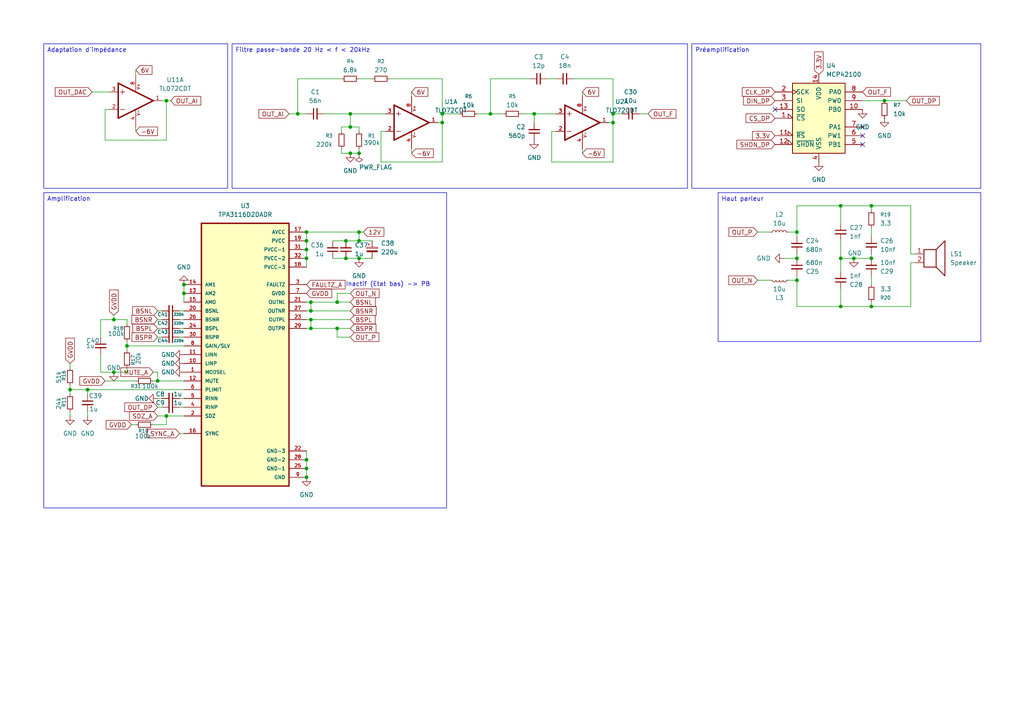
<source format=kicad_sch>
(kicad_sch (version 20250114) (generator "eeschema") (generator_version "9.0")
  (paper "A4")
  (lib_symbols
    (symbol "Device:C_Polarized_Small" (pin_numbers (hide yes)) (pin_names (offset 0.254) (hide yes))
      (property "Reference" "C" (at 0.254 1.778 0))
      (property "Value" "C_Polarized_Small" (at 0.254 -2.032 0))
      (symbol "C_Polarized_Small_0_1"
        (rectangle (start -1.524 0.6858) (end 1.524 0.3048))
        (rectangle (start -1.524 -0.3048) (end 1.524 -0.6858) (fill (type outline)))
        (polyline (pts (xy -1.27 1.524) (xy -0.762 1.524)))
        (polyline (pts (xy -1.016 1.27) (xy -1.016 1.778)))
      )
      (symbol "C_Polarized_Small_1_1"
        (pin passive line (at 0 2.54 270) (length 1.8542) (name "~") (number "1"))
        (pin passive line (at 0 -2.54 90) (length 1.8542) (name "~") (number "2"))
      )
    )
    (symbol "Device:C_Small" (pin_numbers (hide yes)) (pin_names (offset 0.254) (hide yes))
      (property "Reference" "C" (at 0.254 1.778 0))
      (property "Value" "C_Small" (at 0.254 -2.032 0))
      (symbol "C_Small_0_1"
        (polyline (pts (xy -1.524 0.508) (xy 1.524 0.508)) (stroke (width 0.3048)))
        (polyline (pts (xy -1.524 -0.508) (xy 1.524 -0.508)) (stroke (width 0.3302)))
      )
      (symbol "C_Small_1_1"
        (pin passive line (at 0 2.54 270) (length 2.032) (name "~") (number "1"))
        (pin passive line (at 0 -2.54 90) (length 2.032) (name "~") (number "2"))
      )
    )
    (symbol "Device:L_Small" (pin_numbers (hide yes)) (pin_names (offset 0.254) (hide yes))
      (property "Reference" "L" (at 0.762 1.016 0))
      (property "Value" "L_Small" (at 0.762 -1.016 0))
      (symbol "L_Small_0_1"
        (arc (start 0 2.032) (mid 0.5058 1.524) (end 0 1.016))
        (arc (start 0 1.016) (mid 0.5058 0.508) (end 0 0))
        (arc (start 0 0) (mid 0.5058 -0.508) (end 0 -1.016))
        (arc (start 0 -1.016) (mid 0.5058 -1.524) (end 0 -2.032))
      )
      (symbol "L_Small_1_1"
        (pin passive line (at 0 2.54 270) (length 0.508) (name "~") (number "1"))
        (pin passive line (at 0 -2.54 90) (length 0.508) (name "~") (number "2"))
      )
    )
    (symbol "Device:R_Small" (pin_numbers (hide yes)) (pin_names (offset 0.254) (hide yes))
      (property "Reference" "R" (at 0 0 90))
      (property "Value" "R_Small" (at 1.778 0 90))
      (symbol "R_Small_0_1"
        (rectangle (start -0.762 1.778) (end 0.762 -1.778) (stroke (width 0.2032)))
      )
      (symbol "R_Small_1_1"
        (pin passive line (at 0 2.54 270) (length 0.762) (name "~") (number "1"))
        (pin passive line (at 0 -2.54 90) (length 0.762) (name "~") (number "2"))
      )
    )
    (symbol "Device:Speaker" (pin_names (offset 0) (hide yes))
      (property "Reference" "LS" (at 1.27 5.715 0))
      (property "Value" "Speaker" (at 1.27 3.81 0))
      (symbol "Speaker_0_0"
        (rectangle (start -2.54 1.27) (end 1.016 -3.81) (stroke (width 0.254)))
        (polyline (pts (xy 1.016 1.27) (xy 3.556 3.81) (xy 3.556 -6.35) (xy 1.016 -3.81)) (stroke (width 0.254)))
      )
      (symbol "Speaker_1_1"
        (pin input line (at -5.08 0 0) (length 2.54) (name "1") (number "1"))
        (pin input line (at -5.08 -2.54 0) (length 2.54) (name "2") (number "2"))
      )
    )
    (symbol "Potentiometer_Digital:MCP42100" (pin_names (offset 1.016))
      (property "Reference" "U" (at -7.62 11.43 0))
      (property "Value" "MCP42100" (at 2.54 11.43 0))
      (symbol "MCP42100_0_1"
        (rectangle (start -7.62 10.16) (end 7.62 -10.16) (stroke (width 0.254)) (fill (type background)))
      )
      (symbol "MCP42100_1_1"
        (pin input clock (at -12.7 7.62 0) (length 5.08) (name "SCK") (number "2"))
        (pin input line (at -12.7 5.08 0) (length 5.08) (name "SI") (number "3"))
        (pin output line (at -12.7 2.54 0) (length 5.08) (name "SO") (number "13"))
        (pin input input_low (at -12.7 0 0) (length 5.08) (name "~{CS}") (number "1"))
        (pin input input_low (at -12.7 -5.08 0) (length 5.08) (name "~{RS}") (number "11"))
        (pin input input_low (at -12.7 -7.62 0) (length 5.08) (name "~{SHDN}") (number "12"))
        (pin power_in line (at 0 12.7 270) (length 2.54) (name "VDD") (number "14"))
        (pin power_in line (at 0 -12.7 90) (length 2.54) (name "VSS") (number "4"))
        (pin passive line (at 12.7 7.62 180) (length 5.08) (name "PA0") (number "8"))
        (pin passive line (at 12.7 5.08 180) (length 5.08) (name "PW0") (number "9"))
        (pin passive line (at 12.7 2.54 180) (length 5.08) (name "PB0") (number "10"))
        (pin passive line (at 12.7 -2.54 180) (length 5.08) (name "PA1") (number "7"))
        (pin passive line (at 12.7 -5.08 180) (length 5.08) (name "PW1") (number "6"))
        (pin passive line (at 12.7 -7.62 180) (length 5.08) (name "PB1") (number "5"))
      )
    )
    (symbol "TL072CDT:TL072CDT" (pin_names (offset 1.016))
      (property "Reference" "U" (at 2.54 3.175 0))
      (property "Value" "TL072CDT" (at 2.54 -5.08 0))
      (symbol "TL072CDT_1_0"
        (polyline (pts (xy -5.08 5.08) (xy -5.08 -5.08)) (stroke (width 0.4064)))
        (polyline (pts (xy -5.08 -5.08) (xy 5.08 0)) (stroke (width 0.4064)))
        (polyline (pts (xy -4.445 2.54) (xy -3.175 2.54)) (stroke (width 0.1524)))
        (polyline (pts (xy -4.445 -2.54) (xy -3.175 -2.54)) (stroke (width 0.1524)))
        (polyline (pts (xy -3.81 3.175) (xy -3.81 1.905)) (stroke (width 0.1524)))
        (polyline (pts (xy 5.08 0) (xy -5.08 5.08)) (stroke (width 0.4064)))
        (text "V+" (at 1.27 3.175 900) (effects (font (size 0.8128 0.8128)) (justify left bottom)))
        (text "V-" (at 1.27 -4.445 900) (effects (font (size 0.8128 0.8128)) (justify left bottom)))
        (pin input line (at -7.62 2.54 0) (length 2.54) (name "~") (number "3"))
        (pin input line (at -7.62 -2.54 0) (length 2.54) (name "~") (number "2"))
        (pin power_in line (at 0 7.62 270) (length 5.08) (name "~") (number "8"))
        (pin power_in line (at 0 -7.62 90) (length 5.08) (name "~") (number "4"))
        (pin output line (at 7.62 0 180) (length 2.54) (name "~") (number "1"))
      )
      (symbol "TL072CDT_2_0"
        (polyline (pts (xy -5.08 5.08) (xy -5.08 -5.08)) (stroke (width 0.4064)))
        (polyline (pts (xy -5.08 -5.08) (xy 5.08 0)) (stroke (width 0.4064)))
        (polyline (pts (xy -4.445 2.54) (xy -3.175 2.54)) (stroke (width 0.1524)))
        (polyline (pts (xy -4.445 -2.54) (xy -3.175 -2.54)) (stroke (width 0.1524)))
        (polyline (pts (xy -3.81 3.175) (xy -3.81 1.905)) (stroke (width 0.1524)))
        (polyline (pts (xy 5.08 0) (xy -5.08 5.08)) (stroke (width 0.4064)))
        (pin input line (at -7.62 2.54 0) (length 2.54) (name "~") (number "5"))
        (pin input line (at -7.62 -2.54 0) (length 2.54) (name "~") (number "6"))
        (pin output line (at 7.62 0 180) (length 2.54) (name "~") (number "7"))
      )
    )
    (symbol "TPA3116D2DADR:TPA3116D2DADR" (pin_names (offset 1.016))
      (property "Reference" "U" (at -12.7 39.1 0))
      (property "Value" "TPA3116D2DADR" (at -12.7 -42.1 0))
      (symbol "TPA3116D2DADR_0_0"
        (rectangle (start -12.7 -38.1) (end 12.7 38.1) (stroke (width 0.41)) (fill (type background)))
        (pin input line (at -17.78 20.32 0) (length 5.08) (name "AM1") (number "14"))
        (pin input line (at -17.78 17.78 0) (length 5.08) (name "AM2") (number "13"))
        (pin input line (at -17.78 15.24 0) (length 5.08) (name "AMO") (number "15"))
        (pin input line (at -17.78 12.7 0) (length 5.08) (name "BSNL") (number "20"))
        (pin input line (at -17.78 10.16 0) (length 5.08) (name "BSNR") (number "26"))
        (pin input line (at -17.78 7.62 0) (length 5.08) (name "BSPL") (number "24"))
        (pin input line (at -17.78 5.08 0) (length 5.08) (name "BSPR") (number "30"))
        (pin input line (at -17.78 2.54 0) (length 5.08) (name "GAIN/SLV") (number "8"))
        (pin input line (at -17.78 0 0) (length 5.08) (name "LINN") (number "11"))
        (pin input line (at -17.78 -2.54 0) (length 5.08) (name "LINP") (number "10"))
        (pin input line (at -17.78 -5.08 0) (length 5.08) (name "MODSEL") (number "1"))
        (pin input line (at -17.78 -7.62 0) (length 5.08) (name "MUTE") (number "12"))
        (pin input line (at -17.78 -10.16 0) (length 5.08) (name "PLIMIT") (number "6"))
        (pin input line (at -17.78 -12.7 0) (length 5.08) (name "RINN") (number "5"))
        (pin input line (at -17.78 -15.24 0) (length 5.08) (name "RINP") (number "4"))
        (pin input line (at -17.78 -17.78 0) (length 5.08) (name "SDZ") (number "2"))
        (pin bidirectional line (at -17.78 -22.86 0) (length 5.08) (name "SYNC") (number "16"))
        (pin power_in line (at 17.78 35.56 180) (length 5.08) (name "AVCC") (number "17"))
        (pin power_in line (at 17.78 33.02 180) (length 5.08) (name "PVCC") (number "19"))
        (pin power_in line (at 17.78 30.48 180) (length 5.08) (name "PVCC-1") (number "31"))
        (pin power_in line (at 17.78 27.94 180) (length 5.08) (name "PVCC-2") (number "32"))
        (pin power_in line (at 17.78 25.4 180) (length 5.08) (name "PVCC-3") (number "18"))
        (pin output line (at 17.78 20.32 180) (length 5.08) (name "FAULTZ") (number "3"))
        (pin output line (at 17.78 17.78 180) (length 5.08) (name "GVDD") (number "7"))
        (pin output line (at 17.78 15.24 180) (length 5.08) (name "OUTNL") (number "21"))
        (pin output line (at 17.78 12.7 180) (length 5.08) (name "OUTNR") (number "27"))
        (pin output line (at 17.78 10.16 180) (length 5.08) (name "OUTPL") (number "23"))
        (pin output line (at 17.78 7.62 180) (length 5.08) (name "OUTPR") (number "29"))
        (pin power_in line (at 17.78 -27.94 180) (length 5.08) (name "GND-3") (number "22"))
        (pin power_in line (at 17.78 -30.48 180) (length 5.08) (name "GND-2") (number "28"))
        (pin power_in line (at 17.78 -33.02 180) (length 5.08) (name "GND-1") (number "25"))
        (pin power_in line (at 17.78 -35.56 180) (length 5.08) (name "GND") (number "9"))
      )
    )
    (symbol "power:GND" (power) (pin_numbers (hide yes)) (pin_names (offset 0) (hide yes))
      (property "Value" "GND" (at 0 -3.81 0))
      (symbol "GND_0_1"
        (polyline (pts (xy 0 0) (xy 0 -1.27) (xy 1.27 -1.27) (xy 0 -2.54) (xy -1.27 -1.27) (xy 0 -1.27)))
      )
      (symbol "GND_1_1"
        (pin power_in line (at 0 0 270) (length 0) (name "~") (number "1"))
      )
    )
    (symbol "power:PWR_FLAG" (power) (pin_numbers (hide yes)) (pin_names (offset 0) (hide yes))
      (property "Value" "PWR_FLAG" (at 0 3.81 0))
      (symbol "PWR_FLAG_0_0"
        (pin power_out line (at 0 0 90) (length 0) (name "~") (number "1"))
      )
      (symbol "PWR_FLAG_0_1"
        (polyline (pts (xy 0 0) (xy 0 1.27) (xy -1.016 1.905) (xy 0 2.54) (xy 1.016 1.905) (xy 0 1.27)))
      )
    )
  )
  (text "Inactif (Etat bas) -> PB" (at 112.522 82.55 0) (effects (font (size 1.27 1.27))))
  (text_box "Haut parleur" (at 208.28 55.88 0) (size 76.2 43.18) (margins 0.9525 0.9525 0.9525 0.9525) (effects (font (size 1.27 1.27)) (justify left top)))
  (text_box "Amplification" (at 12.7 55.88 0) (size 116.84 91.44) (margins 0.9525 0.9525 0.9525 0.9525) (effects (font (size 1.27 1.27)) (justify left top)))
  (text_box "Préamplification" (at 200.66 12.7 0) (size 83.82 41.91) (margins 0.9525 0.9525 0.9525 0.9525) (effects (font (size 1.27 1.27)) (justify left top)))
  (text_box "Adaptation d'impédance" (at 12.7 12.7 0) (size 53.34 41.91) (margins 0.9525 0.9525 0.9525 0.9525) (effects (font (size 1.27 1.27)) (justify left top)))
  (text_box "Filtre passe-bande 20 Hz < f < 20kHz" (at 67.31 12.7 0) (size 132.08 41.91) (margins 0.9525 0.9525 0.9525 0.9525) (effects (font (size 1.27 1.27)) (justify left top)))
  (junction (at 177.8 33.02))
  (junction (at 231.14 81.28))
  (junction (at 25.4 113.03))
  (junction (at 33.02 92.71))
  (junction (at 128.27 35.56))
  (junction (at 104.14 67.31))
  (junction (at 101.6 33.02))
  (junction (at 86.36 33.02))
  (junction (at 90.17 90.17))
  (junction (at 142.24 33.02))
  (junction (at 252.73 74.93))
  (junction (at 101.6 36.83))
  (junction (at 88.9 69.85))
  (junction (at 88.9 135.89))
  (junction (at 100.33 69.85))
  (junction (at 154.94 33.02))
  (junction (at 177.8 35.56))
  (junction (at 128.27 33.02))
  (junction (at 256.54 29.21))
  (junction (at 104.14 44.45))
  (junction (at 101.6 44.45))
  (junction (at 88.9 138.43))
  (junction (at 100.33 74.93))
  (junction (at 243.84 88.9))
  (junction (at 45.72 110.49))
  (junction (at 88.9 72.39))
  (junction (at 20.32 113.03))
  (junction (at 90.17 92.71))
  (junction (at 252.73 59.69))
  (junction (at 231.14 74.93))
  (junction (at 88.9 133.35))
  (junction (at 90.17 87.63))
  (junction (at 36.83 100.33))
  (junction (at 247.65 74.93))
  (junction (at 231.14 67.31))
  (junction (at 252.73 88.9))
  (junction (at 243.84 59.69))
  (junction (at 97.79 87.63))
  (junction (at 88.9 74.93))
  (junction (at 104.14 74.93))
  (junction (at 97.79 95.25))
  (junction (at 48.26 29.21))
  (junction (at 53.34 82.55))
  (junction (at 90.17 95.25))
  (junction (at 53.34 85.09))
  (junction (at 88.9 67.31))
  (junction (at 104.14 69.85))
  (junction (at 33.02 107.95))
  (junction (at 243.84 74.93))
  (junction (at 48.26 120.65))
  (no_connect (at 250.19 36.83))
  (no_connect (at 250.19 39.37))
  (no_connect (at 250.19 41.91))
  (no_connect (at 224.79 31.75))
  (wire (pts (xy 53.34 85.09) (xy 53.34 82.55)))
  (wire (pts (xy 264.16 76.2) (xy 264.16 88.9)))
  (wire (pts (xy 99.06 22.86) (xy 86.36 22.86)))
  (wire (pts (xy 100.33 74.93) (xy 104.14 74.93)))
  (wire (pts (xy 48.26 120.65) (xy 53.34 120.65)))
  (wire (pts (xy 128.27 46.99) (xy 110.49 46.99)))
  (wire (pts (xy 231.14 88.9) (xy 243.84 88.9)))
  (wire (pts (xy 29.21 97.79) (xy 29.21 92.71)))
  (wire (pts (xy 52.07 115.57) (xy 53.34 115.57)))
  (wire (pts (xy 31.75 31.75) (xy 30.48 31.75)))
  (wire (pts (xy 44.45 123.19) (xy 48.26 123.19)))
  (wire (pts (xy 231.14 67.31) (xy 231.14 68.58)))
  (wire (pts (xy 38.1 123.19) (xy 39.37 123.19)))
  (wire (pts (xy 97.79 85.09) (xy 97.79 87.63)))
  (wire (pts (xy 243.84 59.69) (xy 252.73 59.69)))
  (wire (pts (xy 228.6 67.31) (xy 231.14 67.31)))
  (wire (pts (xy 48.26 40.64) (xy 48.26 29.21)))
  (wire (pts (xy 177.8 33.02) (xy 180.34 33.02)))
  (wire (pts (xy 46.99 29.21) (xy 48.26 29.21)))
  (wire (pts (xy 88.9 67.31) (xy 88.9 69.85)))
  (wire (pts (xy 119.38 27.94) (xy 119.38 26.67)))
  (wire (pts (xy 36.83 99.06) (xy 36.83 100.33)))
  (wire (pts (xy 151.13 33.02) (xy 154.94 33.02)))
  (wire (pts (xy 166.37 22.86) (xy 177.8 22.86)))
  (wire (pts (xy 90.17 92.71) (xy 101.6 92.71)))
  (wire (pts (xy 53.34 113.03) (xy 25.4 113.03)))
  (wire (pts (xy 104.14 36.83) (xy 101.6 36.83)))
  (wire (pts (xy 48.26 29.21) (xy 49.53 29.21)))
  (wire (pts (xy 243.84 88.9) (xy 252.73 88.9)))
  (wire (pts (xy 26.67 26.67) (xy 31.75 26.67)))
  (wire (pts (xy 243.84 74.93) (xy 247.65 74.93)))
  (wire (pts (xy 25.4 119.38) (xy 25.4 120.65)))
  (wire (pts (xy 104.14 67.31) (xy 105.41 67.31)))
  (wire (pts (xy 101.6 36.83) (xy 99.06 36.83)))
  (wire (pts (xy 45.72 90.17) (xy 46.99 90.17)))
  (wire (pts (xy 90.17 92.71) (xy 90.17 95.25)))
  (wire (pts (xy 265.43 73.66) (xy 264.16 73.66)))
  (wire (pts (xy 252.73 68.58) (xy 252.73 66.04)))
  (wire (pts (xy 104.14 38.1) (xy 104.14 36.83)))
  (wire (pts (xy 97.79 97.79) (xy 97.79 95.25)))
  (wire (pts (xy 231.14 59.69) (xy 243.84 59.69)))
  (wire (pts (xy 90.17 95.25) (xy 97.79 95.25)))
  (wire (pts (xy 177.8 33.02) (xy 177.8 35.56)))
  (wire (pts (xy 45.72 107.95) (xy 45.72 110.49)))
  (wire (pts (xy 20.32 113.03) (xy 20.32 114.3)))
  (wire (pts (xy 20.32 119.38) (xy 20.32 120.65)))
  (wire (pts (xy 128.27 35.56) (xy 127 35.56)))
  (wire (pts (xy 243.84 64.77) (xy 243.84 59.69)))
  (wire (pts (xy 142.24 33.02) (xy 146.05 33.02)))
  (wire (pts (xy 25.4 113.03) (xy 25.4 114.3)))
  (wire (pts (xy 231.14 73.66) (xy 231.14 74.93)))
  (wire (pts (xy 48.26 123.19) (xy 48.26 120.65)))
  (wire (pts (xy 88.9 133.35) (xy 88.9 135.89)))
  (wire (pts (xy 168.91 44.45) (xy 168.91 43.18)))
  (wire (pts (xy 104.14 22.86) (xy 107.95 22.86)))
  (wire (pts (xy 265.43 76.2) (xy 264.16 76.2)))
  (wire (pts (xy 36.83 100.33) (xy 36.83 101.6)))
  (wire (pts (xy 96.52 74.93) (xy 100.33 74.93)))
  (wire (pts (xy 104.14 67.31) (xy 104.14 69.85)))
  (wire (pts (xy 44.45 107.95) (xy 45.72 107.95)))
  (wire (pts (xy 243.84 83.82) (xy 243.84 88.9)))
  (wire (pts (xy 29.21 92.71) (xy 33.02 92.71)))
  (wire (pts (xy 256.54 29.21) (xy 262.89 29.21)))
  (wire (pts (xy 88.9 74.93) (xy 88.9 77.47)))
  (wire (pts (xy 39.37 21.59) (xy 39.37 20.32)))
  (wire (pts (xy 100.33 69.85) (xy 104.14 69.85)))
  (wire (pts (xy 142.24 22.86) (xy 142.24 33.02)))
  (wire (pts (xy 30.48 40.64) (xy 48.26 40.64)))
  (wire (pts (xy 30.48 31.75) (xy 30.48 40.64)))
  (wire (pts (xy 39.37 36.83) (xy 39.37 38.1)))
  (wire (pts (xy 52.07 90.17) (xy 53.34 90.17)))
  (wire (pts (xy 53.34 87.63) (xy 53.34 85.09)))
  (wire (pts (xy 231.14 81.28) (xy 231.14 88.9)))
  (wire (pts (xy 264.16 88.9) (xy 252.73 88.9)))
  (wire (pts (xy 243.84 69.85) (xy 243.84 74.93)))
  (wire (pts (xy 128.27 35.56) (xy 128.27 46.99)))
  (wire (pts (xy 128.27 33.02) (xy 133.35 33.02)))
  (wire (pts (xy 231.14 67.31) (xy 231.14 59.69)))
  (wire (pts (xy 52.07 92.71) (xy 53.34 92.71)))
  (wire (pts (xy 160.02 38.1) (xy 160.02 46.99)))
  (wire (pts (xy 252.73 59.69) (xy 252.73 60.96)))
  (wire (pts (xy 45.72 120.65) (xy 48.26 120.65)))
  (wire (pts (xy 44.45 110.49) (xy 45.72 110.49)))
  (wire (pts (xy 113.03 22.86) (xy 128.27 22.86)))
  (wire (pts (xy 33.02 91.44) (xy 33.02 92.71)))
  (wire (pts (xy 90.17 90.17) (xy 101.6 90.17)))
  (wire (pts (xy 88.9 130.81) (xy 88.9 133.35)))
  (wire (pts (xy 30.48 110.49) (xy 39.37 110.49)))
  (wire (pts (xy 45.72 118.11) (xy 46.99 118.11)))
  (wire (pts (xy 45.72 115.57) (xy 46.99 115.57)))
  (wire (pts (xy 158.75 22.86) (xy 161.29 22.86)))
  (wire (pts (xy 154.94 33.02) (xy 161.29 33.02)))
  (wire (pts (xy 153.67 22.86) (xy 142.24 22.86)))
  (wire (pts (xy 104.14 74.93) (xy 107.95 74.93)))
  (wire (pts (xy 88.9 90.17) (xy 90.17 90.17)))
  (wire (pts (xy 252.73 80.01) (xy 252.73 82.55)))
  (wire (pts (xy 264.16 73.66) (xy 264.16 59.69)))
  (wire (pts (xy 90.17 87.63) (xy 90.17 90.17)))
  (wire (pts (xy 231.14 81.28) (xy 231.14 80.01)))
  (wire (pts (xy 110.49 38.1) (xy 110.49 46.99)))
  (wire (pts (xy 177.8 35.56) (xy 176.53 35.56)))
  (wire (pts (xy 219.71 67.31) (xy 223.52 67.31)))
  (wire (pts (xy 88.9 95.25) (xy 90.17 95.25)))
  (wire (pts (xy 96.52 69.85) (xy 100.33 69.85)))
  (wire (pts (xy 36.83 92.71) (xy 36.83 93.98)))
  (wire (pts (xy 128.27 33.02) (xy 128.27 35.56)))
  (wire (pts (xy 231.14 74.93) (xy 227.33 74.93)))
  (wire (pts (xy 90.17 87.63) (xy 97.79 87.63)))
  (wire (pts (xy 88.9 72.39) (xy 88.9 74.93)))
  (wire (pts (xy 52.07 125.73) (xy 53.34 125.73)))
  (wire (pts (xy 138.43 33.02) (xy 142.24 33.02)))
  (wire (pts (xy 154.94 35.56) (xy 154.94 33.02)))
  (wire (pts (xy 52.07 97.79) (xy 53.34 97.79)))
  (wire (pts (xy 111.76 38.1) (xy 110.49 38.1)))
  (wire (pts (xy 99.06 44.45) (xy 101.6 44.45)))
  (wire (pts (xy 45.72 97.79) (xy 46.99 97.79)))
  (wire (pts (xy 104.14 43.18) (xy 104.14 44.45)))
  (wire (pts (xy 88.9 87.63) (xy 90.17 87.63)))
  (wire (pts (xy 101.6 85.09) (xy 97.79 85.09)))
  (wire (pts (xy 119.38 43.18) (xy 119.38 44.45)))
  (wire (pts (xy 88.9 135.89) (xy 88.9 138.43)))
  (wire (pts (xy 52.07 95.25) (xy 53.34 95.25)))
  (wire (pts (xy 99.06 36.83) (xy 99.06 38.1)))
  (wire (pts (xy 33.02 107.95) (xy 36.83 107.95)))
  (wire (pts (xy 250.19 29.21) (xy 256.54 29.21)))
  (wire (pts (xy 20.32 111.76) (xy 20.32 113.03)))
  (wire (pts (xy 52.07 118.11) (xy 53.34 118.11)))
  (wire (pts (xy 53.34 100.33) (xy 36.83 100.33)))
  (wire (pts (xy 168.91 27.94) (xy 168.91 26.67)))
  (wire (pts (xy 88.9 69.85) (xy 88.9 72.39)))
  (wire (pts (xy 33.02 92.71) (xy 36.83 92.71)))
  (wire (pts (xy 177.8 35.56) (xy 177.8 46.99)))
  (wire (pts (xy 25.4 113.03) (xy 20.32 113.03)))
  (wire (pts (xy 101.6 33.02) (xy 111.76 33.02)))
  (wire (pts (xy 86.36 33.02) (xy 88.9 33.02)))
  (wire (pts (xy 264.16 59.69) (xy 252.73 59.69)))
  (wire (pts (xy 185.42 33.02) (xy 187.96 33.02)))
  (wire (pts (xy 45.72 110.49) (xy 53.34 110.49)))
  (wire (pts (xy 20.32 106.68) (xy 20.32 105.41)))
  (wire (pts (xy 36.83 106.68) (xy 36.83 107.95)))
  (wire (pts (xy 86.36 22.86) (xy 86.36 33.02)))
  (wire (pts (xy 97.79 95.25) (xy 101.6 95.25)))
  (wire (pts (xy 88.9 92.71) (xy 90.17 92.71)))
  (wire (pts (xy 29.21 102.87) (xy 29.21 107.95)))
  (wire (pts (xy 45.72 92.71) (xy 46.99 92.71)))
  (wire (pts (xy 101.6 44.45) (xy 104.14 44.45)))
  (wire (pts (xy 45.72 95.25) (xy 46.99 95.25)))
  (wire (pts (xy 29.21 107.95) (xy 33.02 107.95)))
  (wire (pts (xy 128.27 22.86) (xy 128.27 33.02)))
  (wire (pts (xy 101.6 97.79) (xy 97.79 97.79)))
  (wire (pts (xy 252.73 88.9) (xy 252.73 87.63)))
  (wire (pts (xy 93.98 33.02) (xy 101.6 33.02)))
  (wire (pts (xy 177.8 46.99) (xy 160.02 46.99)))
  (wire (pts (xy 252.73 73.66) (xy 252.73 74.93)))
  (wire (pts (xy 161.29 38.1) (xy 160.02 38.1)))
  (wire (pts (xy 101.6 33.02) (xy 101.6 36.83)))
  (wire (pts (xy 97.79 87.63) (xy 101.6 87.63)))
  (wire (pts (xy 243.84 74.93) (xy 243.84 78.74)))
  (wire (pts (xy 177.8 22.86) (xy 177.8 33.02)))
  (wire (pts (xy 104.14 67.31) (xy 88.9 67.31)))
  (wire (pts (xy 83.82 33.02) (xy 86.36 33.02)))
  (wire (pts (xy 104.14 69.85) (xy 107.95 69.85)))
  (wire (pts (xy 219.71 81.28) (xy 223.52 81.28)))
  (wire (pts (xy 228.6 81.28) (xy 231.14 81.28)))
  (wire (pts (xy 99.06 43.18) (xy 99.06 44.45)))
  (wire (pts (xy 252.73 74.93) (xy 247.65 74.93)))
  (global_label "BSNR" (shape input) (at 45.72 92.71 180) (property "Intersheetrefs" "${INTERSHEET_REFS}" (effects (hide yes))))
  (global_label "6V" (shape input) (at 168.91 26.67 0) (property "Intersheetrefs" "${INTERSHEET_REFS}" (effects (hide yes))))
  (global_label "OUT_AI" (shape input) (at 83.82 33.02 180) (property "Intersheetrefs" "${INTERSHEET_REFS}" (effects (hide yes))))
  (global_label "GVDD" (shape input) (at 20.32 105.41 90) (property "Intersheetrefs" "${INTERSHEET_REFS}" (effects (hide yes))))
  (global_label "SDZ_A" (shape input) (at 45.72 120.65 180) (property "Intersheetrefs" "${INTERSHEET_REFS}" (effects (hide yes))))
  (global_label "OUT_DAC" (shape input) (at 26.67 26.67 180) (property "Intersheetrefs" "${INTERSHEET_REFS}" (effects (hide yes))))
  (global_label "OUT_P" (shape input) (at 101.6 97.79 0) (property "Intersheetrefs" "${INTERSHEET_REFS}" (effects (hide yes))))
  (global_label "BSPL" (shape input) (at 101.6 92.71 0) (property "Intersheetrefs" "${INTERSHEET_REFS}" (effects (hide yes))))
  (global_label "OUT_F" (shape input) (at 187.96 33.02 0) (property "Intersheetrefs" "${INTERSHEET_REFS}" (effects (hide yes))))
  (global_label "BSNR" (shape input) (at 101.6 90.17 0) (property "Intersheetrefs" "${INTERSHEET_REFS}" (effects (hide yes))))
  (global_label "CS_DP" (shape input) (at 224.79 34.29 180) (property "Intersheetrefs" "${INTERSHEET_REFS}" (effects (hide yes))))
  (global_label "3.3V" (shape input) (at 237.49 21.59 90) (property "Intersheetrefs" "${INTERSHEET_REFS}" (effects (hide yes))))
  (global_label "MUTE_A" (shape input) (at 44.45 107.95 180) (property "Intersheetrefs" "${INTERSHEET_REFS}" (effects (hide yes))))
  (global_label "OUT_AI" (shape input) (at 49.53 29.21 0) (property "Intersheetrefs" "${INTERSHEET_REFS}" (effects (hide yes))))
  (global_label "BSNL" (shape input) (at 101.6 87.63 0) (property "Intersheetrefs" "${INTERSHEET_REFS}" (effects (hide yes))))
  (global_label "6V" (shape input) (at 119.38 26.67 0) (property "Intersheetrefs" "${INTERSHEET_REFS}" (effects (hide yes))))
  (global_label "6V" (shape input) (at 39.37 20.32 0) (property "Intersheetrefs" "${INTERSHEET_REFS}" (effects (hide yes))))
  (global_label "FAULTZ_A" (shape input) (at 88.9 82.55 0) (property "Intersheetrefs" "${INTERSHEET_REFS}" (effects (hide yes))))
  (global_label "DIN_DP" (shape input) (at 224.79 29.21 180) (property "Intersheetrefs" "${INTERSHEET_REFS}" (effects (hide yes))))
  (global_label "SYNC_A" (shape input) (at 52.07 125.73 180) (property "Intersheetrefs" "${INTERSHEET_REFS}" (effects (hide yes))))
  (global_label "OUT_P" (shape input) (at 219.71 67.31 180) (property "Intersheetrefs" "${INTERSHEET_REFS}" (effects (hide yes))))
  (global_label "CLK_DP" (shape input) (at 224.79 26.67 180) (property "Intersheetrefs" "${INTERSHEET_REFS}" (effects (hide yes))))
  (global_label "GVDD" (shape input) (at 38.1 123.19 180) (property "Intersheetrefs" "${INTERSHEET_REFS}" (effects (hide yes))))
  (global_label "OUT_N" (shape input) (at 219.71 81.28 180) (property "Intersheetrefs" "${INTERSHEET_REFS}" (effects (hide yes))))
  (global_label "BSPR" (shape input) (at 101.6 95.25 0) (property "Intersheetrefs" "${INTERSHEET_REFS}" (effects (hide yes))))
  (global_label "12V" (shape input) (at 105.41 67.31 0) (property "Intersheetrefs" "${INTERSHEET_REFS}" (effects (hide yes))))
  (global_label "OUT_N" (shape input) (at 101.6 85.09 0) (property "Intersheetrefs" "${INTERSHEET_REFS}" (effects (hide yes))))
  (global_label "OUT_F" (shape input) (at 250.19 26.67 0) (property "Intersheetrefs" "${INTERSHEET_REFS}" (effects (hide yes))))
  (global_label "BSPL" (shape input) (at 45.72 95.25 180) (property "Intersheetrefs" "${INTERSHEET_REFS}" (effects (hide yes))))
  (global_label "GVDD" (shape input) (at 33.02 91.44 90) (property "Intersheetrefs" "${INTERSHEET_REFS}" (effects (hide yes))))
  (global_label "-6V" (shape input) (at 119.38 44.45 0) (property "Intersheetrefs" "${INTERSHEET_REFS}" (effects (hide yes))))
  (global_label "-6V" (shape input) (at 39.37 38.1 0) (property "Intersheetrefs" "${INTERSHEET_REFS}" (effects (hide yes))))
  (global_label "BSNL" (shape input) (at 45.72 90.17 180) (property "Intersheetrefs" "${INTERSHEET_REFS}" (effects (hide yes))))
  (global_label "GVDD" (shape input) (at 88.9 85.09 0) (property "Intersheetrefs" "${INTERSHEET_REFS}" (effects (hide yes))))
  (global_label "SHDN_DP" (shape input) (at 224.79 41.91 180) (property "Intersheetrefs" "${INTERSHEET_REFS}" (effects (hide yes))))
  (global_label "BSPR" (shape input) (at 45.72 97.79 180) (property "Intersheetrefs" "${INTERSHEET_REFS}" (effects (hide yes))))
  (global_label "GVDD" (shape input) (at 30.48 110.49 180) (property "Intersheetrefs" "${INTERSHEET_REFS}" (effects (hide yes))))
  (global_label "3.3V" (shape input) (at 224.79 39.37 180) (property "Intersheetrefs" "${INTERSHEET_REFS}" (effects (hide yes))))
  (global_label "-6V" (shape input) (at 168.91 44.45 0) (property "Intersheetrefs" "${INTERSHEET_REFS}" (effects (hide yes))))
  (global_label "OUT_DP" (shape input) (at 262.89 29.21 0) (property "Intersheetrefs" "${INTERSHEET_REFS}" (effects (hide yes))))
  (global_label "OUT_DP" (shape input) (at 45.72 118.11 180) (property "Intersheetrefs" "${INTERSHEET_REFS}" (effects (hide yes))))
  (symbol (lib_id "Device:R_Small") (at 20.32 116.84 0) (mirror x) (unit 1)
    (property "Reference" "R11" (at 18.542 118.11 90) (effects (font (size 1.016 1.016)) (justify right)))
    (property "Value" "24k" (at 17.018 118.872 90) (effects (justify right)))
    (property "Description" "Resistor, small symbol" (effects (hide yes)))
  )
  (symbol (lib_id "Device:R_Small") (at 36.83 96.52 0) (mirror y) (unit 1)
    (property "Reference" "R18" (at 32.766 95.25 0) (effects (font (size 1.016 1.016)) (justify right)))
    (property "Value" "100k" (at 31.242 96.774 0) (effects (justify right)))
    (property "Description" "Resistor, small symbol" (effects (hide yes)))
  )
  (symbol (lib_id "power:GND") (at 20.32 120.65 0) (unit 1)
    (property "Reference" "#PWR041" (effects (hide yes)))
    (property "Value" "GND" (at 20.32 125.73 0))
    (property "Description" "Power symbol creates a global label with name \"GND\" , ground" (effects (hide yes)))
  )
  (symbol (lib_id "power:GND") (at 227.33 74.93 270) (unit 1)
    (property "Reference" "#PWR020" (effects (hide yes)))
    (property "Value" "GND" (at 223.52 74.9299 90) (effects (justify right)))
    (property "Description" "Power symbol creates a global label with name \"GND\" , ground" (effects (hide yes)))
  )
  (symbol (lib_id "power:GND") (at 237.49 46.99 0) (unit 1)
    (property "Reference" "#PWR03" (effects (hide yes)))
    (property "Value" "GND" (at 237.49 52.07 0))
    (property "Description" "Power symbol creates a global label with name \"GND\" , ground" (effects (hide yes)))
  )
  (symbol (lib_id "power:GND") (at 53.34 105.41 270) (unit 1)
    (property "Reference" "#PWR015" (effects (hide yes)))
    (property "Value" "GND" (at 50.8 105.4099 90) (effects (justify right)))
    (property "Description" "Power symbol creates a global label with name \"GND\" , ground" (effects (hide yes)))
  )
  (symbol (lib_id "Device:C_Small") (at 252.73 71.12 0) (mirror y) (unit 1)
    (property "Reference" "C26" (at 255.27 69.8562 0) (effects (justify right)))
    (property "Value" "10nf" (at 255.27 72.3962 0) (effects (justify right)))
    (property "Description" "Unpolarized capacitor, small symbol" (effects (hide yes)))
  )
  (symbol (lib_id "Device:C_Small") (at 100.33 72.39 180) (unit 1)
    (property "Reference" "C37" (at 102.87 71.1135 0) (effects (justify right)))
    (property "Value" "1u" (at 102.87 73.6535 0) (effects (justify right)))
    (property "Description" "Unpolarized capacitor, small symbol" (effects (hide yes)))
  )
  (symbol (lib_id "power:GND") (at 250.19 31.75 0) (unit 1)
    (property "Reference" "#PWR05" (effects (hide yes)))
    (property "Value" "GND" (at 250.19 36.83 0))
    (property "Description" "Power symbol creates a global label with name \"GND\" , ground" (effects (hide yes)))
  )
  (symbol (lib_id "power:GND") (at 256.54 34.29 0) (unit 1)
    (property "Reference" "#PWR04" (effects (hide yes)))
    (property "Value" "GND" (at 256.54 39.37 0))
    (property "Description" "Power symbol creates a global label with name \"GND\" , ground" (effects (hide yes)))
  )
  (symbol (lib_id "Device:R_Small") (at 252.73 85.09 0) (mirror y) (unit 1)
    (property "Reference" "R20" (at 255.27 86.3601 0) (effects (font (size 1.016 1.016)) (justify right)))
    (property "Value" "3.3" (at 255.27 83.8201 0) (effects (justify right)))
    (property "Description" "Resistor, small symbol" (effects (hide yes)))
  )
  (symbol (lib_id "Device:C_Small") (at 243.84 67.31 0) (mirror y) (unit 1)
    (property "Reference" "C27" (at 246.38 66.0462 0) (effects (justify right)))
    (property "Value" "1nf" (at 246.38 68.5862 0) (effects (justify right)))
    (property "Description" "Unpolarized capacitor, small symbol" (effects (hide yes)))
  )
  (symbol (lib_id "Device:C_Small") (at 163.83 22.86 90) (unit 1)
    (property "Reference" "C4" (at 163.8363 16.51 90))
    (property "Value" "18n" (at 163.8363 19.05 90))
    (property "Description" "Unpolarized capacitor, small symbol" (effects (hide yes)))
  )
  (symbol (lib_id "Device:R_Small") (at 148.59 33.02 90) (unit 1)
    (property "Reference" "R5" (at 148.59 27.94 90) (effects (font (size 1.016 1.016))))
    (property "Value" "10k" (at 148.59 30.48 90))
    (property "Description" "Resistor, small symbol" (effects (hide yes)))
  )
  (symbol (lib_id "power:GND") (at 53.34 107.95 270) (unit 1)
    (property "Reference" "#PWR040" (effects (hide yes)))
    (property "Value" "GND" (at 50.8 107.9499 90) (effects (justify right)))
    (property "Description" "Power symbol creates a global label with name \"GND\" , ground" (effects (hide yes)))
  )
  (symbol (lib_id "Device:C_Small") (at 231.14 77.47 0) (mirror y) (unit 1)
    (property "Reference" "C25" (at 233.68 78.7465 0) (effects (justify right)))
    (property "Value" "680n" (at 233.68 76.2065 0) (effects (justify right)))
    (property "Description" "Unpolarized capacitor, small symbol" (effects (hide yes)))
  )
  (symbol (lib_id "Device:R_Small") (at 135.89 33.02 90) (unit 1)
    (property "Reference" "R6" (at 135.89 27.94 90) (effects (font (size 1.016 1.016))))
    (property "Value" "10k" (at 135.89 30.48 90))
    (property "Description" "Resistor, small symbol" (effects (hide yes)))
  )
  (symbol (lib_id "Device:C_Small") (at 154.94 38.1 0) (mirror x) (unit 1)
    (property "Reference" "C2" (at 152.4 36.8235 0) (effects (justify right)))
    (property "Value" "560p" (at 152.4 39.3635 0) (effects (justify right)))
    (property "Description" "Unpolarized capacitor, small symbol" (effects (hide yes)))
  )
  (symbol (lib_id "Device:R_Small") (at 104.14 40.64 0) (unit 1)
    (property "Reference" "R1" (at 106.68 39.3699 0) (effects (font (size 1.016 1.016)) (justify left)))
    (property "Value" "390k" (at 105.41 41.402 0) (effects (justify left)))
    (property "Description" "Resistor, small symbol" (effects (hide yes)))
  )
  (symbol (lib_id "power:GND") (at 53.34 82.55 180) (unit 1)
    (property "Reference" "#PWR045" (effects (hide yes)))
    (property "Value" "GND" (at 53.34 77.47 0))
    (property "Description" "Power symbol creates a global label with name \"GND\" , ground" (effects (hide yes)))
  )
  (symbol (lib_id "power:GND") (at 33.02 107.95 0) (unit 1)
    (property "Reference" "#PWR043" (effects (hide yes)))
    (property "Value" "GND" (at 33.02 106.68 0))
    (property "Description" "Power symbol creates a global label with name \"GND\" , ground" (effects (hide yes)))
  )
  (symbol (lib_id "Device:C_Small") (at 252.73 77.47 180) (unit 1)
    (property "Reference" "C29" (at 255.27 78.7338 0) (effects (justify right)))
    (property "Value" "10nf" (at 255.27 76.1938 0) (effects (justify right)))
    (property "Description" "Unpolarized capacitor, small symbol" (effects (hide yes)))
  )
  (symbol (lib_id "Device:R_Small") (at 101.6 22.86 90) (unit 1)
    (property "Reference" "R4" (at 101.6 17.78 90) (effects (font (size 1.016 1.016))))
    (property "Value" "6.8k" (at 101.6 20.32 90))
    (property "Description" "Resistor, small symbol" (effects (hide yes)))
  )
  (symbol (lib_id "Device:R_Small") (at 41.91 110.49 90) (mirror x) (unit 1)
    (property "Reference" "R31" (at 37.846 112.014 90) (effects (font (size 1.016 1.016)) (justify right)))
    (property "Value" "100k" (at 41.148 112.014 90) (effects (justify right)))
    (property "Description" "Resistor, small symbol" (effects (hide yes)))
  )
  (symbol (lib_id "Device:R_Small") (at 252.73 63.5 180) (unit 1)
    (property "Reference" "R19" (at 255.27 62.2299 0) (effects (font (size 1.016 1.016)) (justify right)))
    (property "Value" "3.3" (at 255.27 64.7699 0) (effects (justify right)))
    (property "Description" "Resistor, small symbol" (effects (hide yes)))
  )
  (symbol (lib_id "power:GND") (at 247.65 74.93 0) (unit 1)
    (property "Reference" "#PWR021" (effects (hide yes)))
    (property "Value" "GND" (at 247.904 73.406 0))
    (property "Description" "Power symbol creates a global label with name \"GND\" , ground" (effects (hide yes)))
  )
  (symbol (lib_id "Device:L_Small") (at 226.06 81.28 90) (mirror x) (unit 1)
    (property "Reference" "L3" (at 226.06 86.36 90))
    (property "Value" "10u" (at 226.06 83.82 90))
    (property "Description" "Inductor, small symbol" (effects (hide yes)))
  )
  (symbol (lib_id "TL072CDT:TL072CDT") (at 168.91 35.56 0) (unit 1)
    (property "Reference" "U2" (at 180.34 29.4892 0))
    (property "Value" "TL072CDT" (at 180.34 32.0292 0))
    (property "Footprint" "TL072CDT:SOIC127P600X175-8N" (effects (hide yes)))
    (property "E2_MAX" "0.0" (effects (hide yes)))
    (property "E1_MIN" "3.9" (effects (hide yes)))
    (property "B_NOM" "0.38" (effects (hide yes)))
    (property "E1_NOM" "3.9" (effects (hide yes)))
    (property "B_MIN" "0.28" (effects (hide yes)))
    (property "B_MAX" "0.48" (effects (hide yes)))
    (property "Description_1" "Dual Low-Noise JFET-Input General-Purpose Operational Amplifier 8-SOIC 0 to 70" (effects (hide yes)))
    (property "Price" "None" (effects (hide yes)))
    (property "D2_MAX" "0.0" (effects (hide yes)))
    (property "ENOM" "1.27" (effects (hide yes)))
    (property "D_NOM" "4.9" (effects (hide yes)))
    (property "D_MAX" "4.9" (effects (hide yes)))
    (property "L_MAX" "1.27" (effects (hide yes)))
    (property "A_MAX" "1.75" (effects (hide yes)))
    (property "Package" "SOIC-8 Texas Instruments" (effects (hide yes)))
    (property "A_NOM" "1.75" (effects (hide yes)))
    (property "Check_prices" "https://www.snapeda.com/parts/TL072CD/STMicroelectronics/view-part/?ref=eda" (effects (hide yes)))
    (property "A_MIN" "1.75" (effects (hide yes)))
    (property "STANDARD" "IPC 7351B" (effects (hide yes)))
    (property "PARTREV" "8" (effects (hide yes)))
    (property "SnapEDA_Link" "https://www.snapeda.com/parts/TL072CD/STMicroelectronics/view-part/?ref=snap" (effects (hide yes)))
    (property "E_NOM" "6.0" (effects (hide yes)))
    (property "PIN_COUNT" "8.0" (effects (hide yes)))
    (property "L_NOM" "0.835" (effects (hide yes)))
    (property "MANUFACTURER" "ST Microelectronics" (effects (hide yes)))
    (property "MF" "STMicroelectronics" (effects (hide yes)))
    (property "A1_MIN" "0.1" (effects (hide yes)))
    (property "E1_MAX" "3.9" (effects (hide yes)))
    (property "E_MIN" "5.8" (effects (hide yes)))
    (property "D_MIN" "4.9" (effects (hide yes)))
    (property "MP" "TL072CD" (effects (hide yes)))
    (property "L_MIN" "0.4" (effects (hide yes)))
    (property "Availability" "In Stock" (effects (hide yes)))
    (property "E_MAX" "6.2" (effects (hide yes)))
  )
  (symbol (lib_id "Device:C_Small") (at 91.44 33.02 90) (unit 1)
    (property "Reference" "C1" (at 91.4463 26.67 90))
    (property "Value" "56n" (at 91.4463 29.21 90))
    (property "Description" "Unpolarized capacitor, small symbol" (effects (hide yes)))
  )
  (symbol (lib_id "Device:C_Small") (at 182.88 33.02 90) (unit 1)
    (property "Reference" "C30" (at 182.8863 26.67 90))
    (property "Value" "10u" (at 182.8863 29.21 90))
    (property "Description" "Unpolarized capacitor, small symbol" (effects (hide yes)))
  )
  (symbol (lib_id "Device:C_Small") (at 243.84 81.28 180) (unit 1)
    (property "Reference" "C28" (at 246.38 82.5438 0) (effects (justify right)))
    (property "Value" "1nf" (at 246.38 80.0038 0) (effects (justify right)))
    (property "Description" "Unpolarized capacitor, small symbol" (effects (hide yes)))
  )
  (symbol (lib_id "power:GND") (at 104.14 74.93 0) (unit 1)
    (property "Reference" "#PWR039" (effects (hide yes)))
    (property "Value" "GND" (at 104.14 80.01 0))
    (property "Description" "Power symbol creates a global label with name \"GND\" , ground" (effects (hide yes)))
  )
  (symbol (lib_id "Device:C_Small") (at 49.53 92.71 270) (mirror x) (unit 1)
    (property "Reference" "C42" (at 48.768 93.726 90) (effects (font (size 1.016 1.016)) (justify right)))
    (property "Value" "220n" (at 53.34 93.726 90) (effects (font (size 0.762 0.762)) (justify right)))
    (property "Description" "Unpolarized capacitor, small symbol" (effects (hide yes)))
  )
  (symbol (lib_id "Device:C_Small") (at 49.53 95.25 270) (mirror x) (unit 1)
    (property "Reference" "C43" (at 48.768 96.266 90) (effects (font (size 1.016 1.016)) (justify right)))
    (property "Value" "220n" (at 53.34 96.266 90) (effects (font (size 0.762 0.762)) (justify right)))
    (property "Description" "Unpolarized capacitor, small symbol" (effects (hide yes)))
  )
  (symbol (lib_id "TL072CDT:TL072CDT") (at 39.37 29.21 0) (unit 1)
    (property "Reference" "U11" (at 50.8 23.1392 0))
    (property "Value" "TL072CDT" (at 50.8 25.6792 0))
    (property "Footprint" "TL072CDT:SOIC127P600X175-8N" (effects (hide yes)))
    (property "E2_MAX" "0.0" (effects (hide yes)))
    (property "E1_MIN" "3.9" (effects (hide yes)))
    (property "B_NOM" "0.38" (effects (hide yes)))
    (property "E1_NOM" "3.9" (effects (hide yes)))
    (property "B_MIN" "0.28" (effects (hide yes)))
    (property "B_MAX" "0.48" (effects (hide yes)))
    (property "Description_1" "Dual Low-Noise JFET-Input General-Purpose Operational Amplifier 8-SOIC 0 to 70" (effects (hide yes)))
    (property "Price" "None" (effects (hide yes)))
    (property "D2_MAX" "0.0" (effects (hide yes)))
    (property "ENOM" "1.27" (effects (hide yes)))
    (property "D_NOM" "4.9" (effects (hide yes)))
    (property "D_MAX" "4.9" (effects (hide yes)))
    (property "L_MAX" "1.27" (effects (hide yes)))
    (property "A_MAX" "1.75" (effects (hide yes)))
    (property "Package" "SOIC-8 Texas Instruments" (effects (hide yes)))
    (property "A_NOM" "1.75" (effects (hide yes)))
    (property "Check_prices" "https://www.snapeda.com/parts/TL072CD/STMicroelectronics/view-part/?ref=eda" (effects (hide yes)))
    (property "A_MIN" "1.75" (effects (hide yes)))
    (property "STANDARD" "IPC 7351B" (effects (hide yes)))
    (property "PARTREV" "8" (effects (hide yes)))
    (property "SnapEDA_Link" "https://www.snapeda.com/parts/TL072CD/STMicroelectronics/view-part/?ref=snap" (effects (hide yes)))
    (property "E_NOM" "6.0" (effects (hide yes)))
    (property "PIN_COUNT" "8.0" (effects (hide yes)))
    (property "L_NOM" "0.835" (effects (hide yes)))
    (property "MANUFACTURER" "ST Microelectronics" (effects (hide yes)))
    (property "MF" "STMicroelectronics" (effects (hide yes)))
    (property "A1_MIN" "0.1" (effects (hide yes)))
    (property "E1_MAX" "3.9" (effects (hide yes)))
    (property "E_MIN" "5.8" (effects (hide yes)))
    (property "D_MIN" "4.9" (effects (hide yes)))
    (property "MP" "TL072CD" (effects (hide yes)))
    (property "L_MIN" "0.4" (effects (hide yes)))
    (property "Availability" "In Stock" (effects (hide yes)))
    (property "E_MAX" "6.2" (effects (hide yes)))
  )
  (symbol (lib_id "Device:C_Small") (at 25.4 116.84 0) (mirror y) (unit 1)
    (property "Reference" "C39" (at 27.686 114.808 0))
    (property "Value" "1u" (at 27.178 118.618 0))
    (property "Description" "Unpolarized capacitor, small symbol" (effects (hide yes)))
  )
  (symbol (lib_id "Device:L_Small") (at 226.06 67.31 90) (unit 1)
    (property "Reference" "L2" (at 226.06 62.23 90))
    (property "Value" "10u" (at 226.06 64.77 90))
    (property "Description" "Inductor, small symbol" (effects (hide yes)))
  )
  (symbol (lib_id "Device:C_Small") (at 156.21 22.86 90) (unit 1)
    (property "Reference" "C3" (at 156.2163 16.51 90))
    (property "Value" "12p" (at 156.2163 19.05 90))
    (property "Description" "Unpolarized capacitor, small symbol" (effects (hide yes)))
  )
  (symbol (lib_id "power:GND") (at 45.72 115.57 270) (unit 1)
    (property "Reference" "#PWR038" (effects (hide yes)))
    (property "Value" "GND" (at 43.18 115.5699 90) (effects (justify right)))
    (property "Description" "Power symbol creates a global label with name \"GND\" , ground" (effects (hide yes)))
  )
  (symbol (lib_id "Device:Speaker") (at 270.51 73.66 0) (unit 1)
    (property "Reference" "LS1" (at 275.59 73.6599 0) (effects (justify left)))
    (property "Value" "Speaker" (at 275.59 76.1999 0) (effects (justify left)))
    (property "Description" "Speaker" (effects (hide yes)))
  )
  (symbol (lib_id "Device:C_Small") (at 49.53 97.79 270) (mirror x) (unit 1)
    (property "Reference" "C44" (at 48.768 98.806 90) (effects (font (size 1.016 1.016)) (justify right)))
    (property "Value" "220n" (at 53.34 98.806 90) (effects (font (size 0.762 0.762)) (justify right)))
    (property "Description" "Unpolarized capacitor, small symbol" (effects (hide yes)))
  )
  (symbol (lib_id "power:GND") (at 25.4 120.65 0) (unit 1)
    (property "Reference" "#PWR042" (effects (hide yes)))
    (property "Value" "GND" (at 25.4 125.73 0))
    (property "Description" "Power symbol creates a global label with name \"GND\" , ground" (effects (hide yes)))
  )
  (symbol (lib_id "Device:C_Polarized_Small") (at 107.95 72.39 0) (unit 1)
    (property "Reference" "C38" (at 110.49 70.5738 0) (effects (justify left)))
    (property "Value" "220u" (at 110.49 73.1138 0) (effects (justify left)))
    (property "Description" "Polarized capacitor, small symbol" (effects (hide yes)))
  )
  (symbol (lib_id "power:GND") (at 53.34 102.87 270) (unit 1)
    (property "Reference" "#PWR037" (effects (hide yes)))
    (property "Value" "GND" (at 50.8 102.8699 90) (effects (justify right)))
    (property "Description" "Power symbol creates a global label with name \"GND\" , ground" (effects (hide yes)))
  )
  (symbol (lib_id "Device:R_Small") (at 41.91 123.19 270) (mirror x) (unit 1)
    (property "Reference" "R10" (at 43.18 124.968 90) (effects (font (size 1.016 1.016)) (justify right)))
    (property "Value" "100k" (at 43.942 126.492 90) (effects (justify right)))
    (property "Description" "Resistor, small symbol" (effects (hide yes)))
  )
  (symbol (lib_id "Device:C_Small") (at 29.21 100.33 0) (mirror y) (unit 1)
    (property "Reference" "C40" (at 26.924 98.806 0))
    (property "Value" "1u" (at 26.162 100.33 0))
    (property "Description" "Unpolarized capacitor, small symbol" (effects (hide yes)))
  )
  (symbol (lib_id "Device:R_Small") (at 256.54 31.75 180) (unit 1)
    (property "Reference" "R7" (at 259.08 30.4799 0) (effects (font (size 1.016 1.016)) (justify right)))
    (property "Value" "10k" (at 259.08 33.0199 0) (effects (justify right)))
    (property "Description" "Resistor, small symbol" (effects (hide yes)))
  )
  (symbol (lib_id "Device:C_Small") (at 96.52 72.39 0) (mirror x) (unit 1)
    (property "Reference" "C36" (at 93.98 71.1135 0) (effects (justify right)))
    (property "Value" "1u" (at 93.98 73.6535 0) (effects (justify right)))
    (property "Description" "Unpolarized capacitor, small symbol" (effects (hide yes)))
  )
  (symbol (lib_id "TPA3116D2DADR:TPA3116D2DADR") (at 71.12 102.87 0) (unit 1)
    (property "Reference" "U3" (at 71.12 59.69 0))
    (property "Value" "TPA3116D2DADR" (at 71.12 62.23 0))
    (property "Footprint" "TPA3116D2DADR:SOP65P810X115-33N" (effects (hide yes)))
    (property "MF" "Texas Instruments" (effects (hide yes)))
    (property "Description_1" "50-W stereo, 100-W mono, 4.5- to 26-V supply, analog input Class-D audio amplifier w/ SpeakerGuard™" (effects (hide yes)))
    (property "Package" "HTSSOP-32 Texas Instruments" (effects (hide yes)))
    (property "Price" "None" (effects (hide yes)))
    (property "SnapEDA_Link" "https://www.snapeda.com/parts/TPA3116D2DADR/Texas+Instruments/view-part/?ref=snap" (effects (hide yes)))
    (property "MP" "TPA3116D2DADR" (effects (hide yes)))
    (property "Availability" "In Stock" (effects (hide yes)))
    (property "Check_prices" "https://www.snapeda.com/parts/TPA3116D2DADR/Texas+Instruments/view-part/?ref=eda" (effects (hide yes)))
  )
  (symbol (lib_id "Device:C_Small") (at 49.53 115.57 270) (mirror x) (unit 1)
    (property "Reference" "C8" (at 46.482 114.3 90))
    (property "Value" "1u" (at 51.562 114.3 90))
    (property "Description" "Unpolarized capacitor, small symbol" (effects (hide yes)))
  )
  (symbol (lib_id "Device:R_Small") (at 36.83 104.14 0) (mirror y) (unit 1)
    (property "Reference" "R17" (at 38.608 102.87 90) (effects (font (size 1.016 1.016)) (justify right)))
    (property "Value" "20k" (at 40.132 102.108 90) (effects (justify right)))
    (property "Description" "Resistor, small symbol" (effects (hide yes)))
  )
  (symbol (lib_id "Device:R_Small") (at 20.32 109.22 0) (mirror x) (unit 1)
    (property "Reference" "R16" (at 18.542 110.49 90) (effects (font (size 1.016 1.016)) (justify right)))
    (property "Value" "51k" (at 17.018 111.252 90) (effects (justify right)))
    (property "Description" "Resistor, small symbol" (effects (hide yes)))
  )
  (symbol (lib_id "TL072CDT:TL072CDT") (at 119.38 35.56 0) (unit 1)
    (property "Reference" "U1" (at 130.81 29.4892 0))
    (property "Value" "TL072CDT" (at 130.81 32.0292 0))
    (property "Footprint" "TL072CDT:SOIC127P600X175-8N" (effects (hide yes)))
    (property "E2_MAX" "0.0" (effects (hide yes)))
    (property "E1_MIN" "3.9" (effects (hide yes)))
    (property "B_NOM" "0.38" (effects (hide yes)))
    (property "E1_NOM" "3.9" (effects (hide yes)))
    (property "B_MIN" "0.28" (effects (hide yes)))
    (property "B_MAX" "0.48" (effects (hide yes)))
    (property "Description_1" "Dual Low-Noise JFET-Input General-Purpose Operational Amplifier 8-SOIC 0 to 70" (effects (hide yes)))
    (property "Price" "None" (effects (hide yes)))
    (property "D2_MAX" "0.0" (effects (hide yes)))
    (property "ENOM" "1.27" (effects (hide yes)))
    (property "D_NOM" "4.9" (effects (hide yes)))
    (property "D_MAX" "4.9" (effects (hide yes)))
    (property "L_MAX" "1.27" (effects (hide yes)))
    (property "A_MAX" "1.75" (effects (hide yes)))
    (property "Package" "SOIC-8 Texas Instruments" (effects (hide yes)))
    (property "A_NOM" "1.75" (effects (hide yes)))
    (property "Check_prices" "https://www.snapeda.com/parts/TL072CD/STMicroelectronics/view-part/?ref=eda" (effects (hide yes)))
    (property "A_MIN" "1.75" (effects (hide yes)))
    (property "STANDARD" "IPC 7351B" (effects (hide yes)))
    (property "PARTREV" "8" (effects (hide yes)))
    (property "SnapEDA_Link" "https://www.snapeda.com/parts/TL072CD/STMicroelectronics/view-part/?ref=snap" (effects (hide yes)))
    (property "E_NOM" "6.0" (effects (hide yes)))
    (property "PIN_COUNT" "8.0" (effects (hide yes)))
    (property "L_NOM" "0.835" (effects (hide yes)))
    (property "MANUFACTURER" "ST Microelectronics" (effects (hide yes)))
    (property "MF" "STMicroelectronics" (effects (hide yes)))
    (property "A1_MIN" "0.1" (effects (hide yes)))
    (property "E1_MAX" "3.9" (effects (hide yes)))
    (property "E_MIN" "5.8" (effects (hide yes)))
    (property "D_MIN" "4.9" (effects (hide yes)))
    (property "MP" "TL072CD" (effects (hide yes)))
    (property "L_MIN" "0.4" (effects (hide yes)))
    (property "Availability" "In Stock" (effects (hide yes)))
    (property "E_MAX" "6.2" (effects (hide yes)))
  )
  (symbol (lib_id "power:GND") (at 88.9 138.43 0) (unit 1)
    (property "Reference" "#PWR044" (effects (hide yes)))
    (property "Value" "GND" (at 88.9 143.51 0))
    (property "Description" "Power symbol creates a global label with name \"GND\" , ground" (effects (hide yes)))
  )
  (symbol (lib_id "Device:C_Small") (at 231.14 71.12 180) (unit 1)
    (property "Reference" "C24" (at 233.68 69.8435 0) (effects (justify right)))
    (property "Value" "680n" (at 233.68 72.3835 0) (effects (justify right)))
    (property "Description" "Unpolarized capacitor, small symbol" (effects (hide yes)))
  )
  (symbol (lib_id "Device:R_Small") (at 110.49 22.86 90) (unit 1)
    (property "Reference" "R2" (at 110.49 17.78 90) (effects (font (size 1.016 1.016))))
    (property "Value" "270" (at 110.49 20.32 90))
    (property "Description" "Resistor, small symbol" (effects (hide yes)))
  )
  (symbol (lib_id "power:GND") (at 154.94 40.64 0) (unit 1)
    (property "Reference" "#PWR02" (effects (hide yes)))
    (property "Value" "GND" (at 154.94 45.72 0))
    (property "Description" "Power symbol creates a global label with name \"GND\" , ground" (effects (hide yes)))
  )
  (symbol (lib_id "Potentiometer_Digital:MCP42100") (at 237.49 34.29 0) (unit 1)
    (property "Reference" "U4" (at 239.6333 19.05 0) (effects (justify left)))
    (property "Value" "MCP42100" (at 239.6333 21.59 0) (effects (justify left)))
    (property "Datasheet" "http://ww1.microchip.com/downloads/en/DeviceDoc/11195c.pdf" (effects (hide yes)))
    (property "Description" "Dual Digital Potentiometer, SPI interface, 256 taps, 100 kohm" (effects (hide yes)))
  )
  (symbol (lib_id "power:PWR_FLAG") (at 104.14 44.45 180) (unit 1)
    (property "Reference" "#FLG03" (effects (hide yes)))
    (property "Value" "PWR_FLAG" (at 108.966 48.514 0))
    (property "Description" "Special symbol for telling ERC where power comes from" (effects (hide yes)))
  )
  (symbol (lib_id "Device:C_Small") (at 49.53 90.17 270) (mirror x) (unit 1)
    (property "Reference" "C41" (at 48.768 91.186 90) (effects (font (size 1.016 1.016)) (justify right)))
    (property "Value" "220n" (at 53.34 91.186 90) (effects (font (size 0.762 0.762)) (justify right)))
    (property "Description" "Unpolarized capacitor, small symbol" (effects (hide yes)))
  )
  (symbol (lib_id "power:GND") (at 101.6 44.45 0) (unit 1)
    (property "Reference" "#PWR01" (effects (hide yes)))
    (property "Value" "GND" (at 101.6 49.53 0))
    (property "Description" "Power symbol creates a global label with name \"GND\" , ground" (effects (hide yes)))
  )
  (symbol (lib_id "Device:C_Small") (at 49.53 118.11 270) (mirror x) (unit 1)
    (property "Reference" "C9" (at 46.482 116.84 90))
    (property "Value" "1u" (at 51.562 116.84 90))
    (property "Description" "Unpolarized capacitor, small symbol" (effects (hide yes)))
  )
  (symbol (lib_id "Device:R_Small") (at 99.06 40.64 0) (mirror x) (unit 1)
    (property "Reference" "R3" (at 96.52 39.3699 0) (effects (font (size 1.016 1.016)) (justify right)))
    (property "Value" "220k" (at 96.52 41.9099 0) (effects (justify right)))
    (property "Description" "Resistor, small symbol" (effects (hide yes)))
  )
)
</source>
